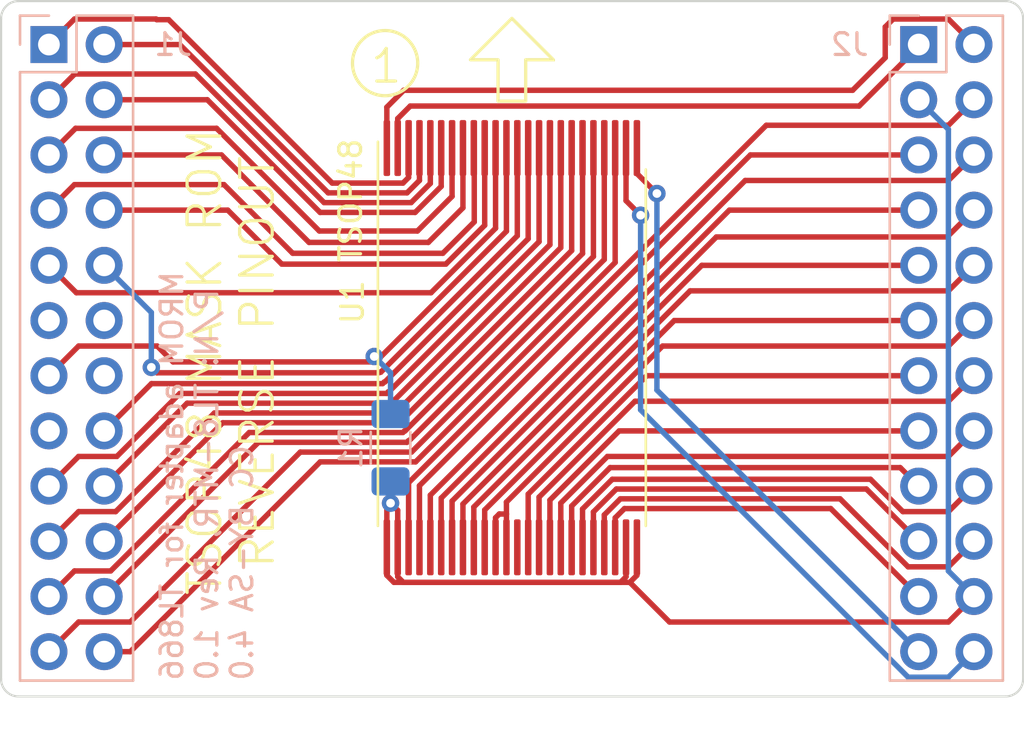
<source format=kicad_pcb>
(kicad_pcb (version 20221018) (generator pcbnew)
  (layers (0 "F.Cu" signal) (31 "B.Cu" signal) (34 "B.Paste" user) (35 "F.Paste" user) (36 "B.SilkS" user "B.Silkscreen") (37 "F.SilkS" user "F.Silkscreen") (38 "B.Mask" user) (39 "F.Mask" user) (44 "Edge.Cuts" user))
  (net 0 "")
  (net 1 "Net-(U1-A15)")
  (net 2 "Net-(U1-A14)")
  (net 3 "Net-(U1-A13)")
  (net 4 "Net-(U1-A12)")
  (net 5 "Net-(U1-A11)")
  (net 6 "Net-(U1-A10)")
  (net 7 "Net-(U1-A9)")
  (net 8 "Net-(U1-A8)")
  (net 9 "Net-(U1-A19)")
  (net 10 "Net-(U1-A20)")
  (net 13 "Net-(U1-A21)")
  (net 16 "Net-(U1-A18)")
  (net 17 "Net-(U1-A17)")
  (net 18 "Net-(U1-A7)")
  (net 19 "Net-(U1-A6)")
  (net 20 "Net-(U1-A5)")
  (net 21 "Net-(U1-A4)")
  (net 22 "Net-(U1-A3)")
  (net 23 "Net-(U1-A2)")
  (net 24 "Net-(U1-A1)")
  (net 25 "Net-(U1-A16)")
  (net 26 "Net-(U1-{slash}BYTE)")
  (net 27 "GND")
  (net 28 "Net-(U1-D15{slash}A-1)")
  (net 29 "Net-(U1-D7)")
  (net 30 "Net-(U1-D14)")
  (net 31 "Net-(U1-D6)")
  (net 32 "Net-(U1-D13)")
  (net 33 "Net-(U1-D5)")
  (net 34 "Net-(U1-D12)")
  (net 35 "Net-(U1-D4)")
  (net 36 "VCC")
  (net 37 "Net-(U1-D11)")
  (net 38 "Net-(U1-D3)")
  (net 39 "Net-(U1-D10)")
  (net 40 "Net-(U1-D2)")
  (net 41 "Net-(U1-D9)")
  (net 42 "Net-(U1-D1)")
  (net 43 "Net-(U1-D8)")
  (net 44 "Net-(U1-D0)")
  (net 45 "Net-(U1-{slash}OE)")
  (net 46 "Net-(U1-{slash}CE)")
  (net 47 "Net-(U1-A0)")
  (footprint "tl866-tsop-mrom:TSOP-I-48_16.4x12mm_ext_rev" (layer "F.Cu") (at 45.33 37.095 90)
    (fp_text reference "U1" (at 2.095 -7.33 90) (layer "F.SilkS"))
    (fp_text value "~")
    (fp_line (start 0 -6.16) (end -8.2 -6.16) (stroke (width 0.12)) (layer "F.SilkS"))
    (fp_line (start 0 -6.16) (end 9.475 -6.16) (stroke (width 0.12)) (layer "F.SilkS"))
    (fp_line (start 0 6.16) (end -8.2 6.16) (stroke (width 0.12)) (layer "F.SilkS"))
    (fp_line (start 0 6.16) (end 8.2 6.16) (stroke (width 0.12)) (layer "F.SilkS"))
    (pad "1" smd roundrect (at 9.1875 -5.75 90) (size 2.575 0.3) (layers "F.Cu" "F.Paste" "F.Mask") (net 26 "Net-(U1-{slash}BYTE)"))
    (pad "2" smd roundrect (at 9.1875 -5.25 90) (size 2.575 0.3) (layers "F.Cu" "F.Paste" "F.Mask") (net 25 "Net-(U1-A16)"))
    (pad "3" smd roundrect (at 9.1875 -4.75 90) (size 2.575 0.3) (layers "F.Cu" "F.Paste" "F.Mask") (net 1 "Net-(U1-A15)"))
    (pad "4" smd roundrect (at 9.1875 -4.25 90) (size 2.575 0.3) (layers "F.Cu" "F.Paste" "F.Mask") (net 2 "Net-(U1-A14)"))
    (pad "5" smd roundrect (at 9.1875 -3.75 90) (size 2.575 0.3) (layers "F.Cu" "F.Paste" "F.Mask") (net 3 "Net-(U1-A13)"))
    (pad "6" smd roundrect (at 9.1875 -3.25 90) (size 2.575 0.3) (layers "F.Cu" "F.Paste" "F.Mask") (net 4 "Net-(U1-A12)"))
    (pad "7" smd roundrect (at 9.1875 -2.75 90) (size 2.575 0.3) (layers "F.Cu" "F.Paste" "F.Mask") (net 5 "Net-(U1-A11)"))
    (pad "8" smd roundrect (at 9.1875 -2.25 90) (size 2.575 0.3) (layers "F.Cu" "F.Paste" "F.Mask") (net 6 "Net-(U1-A10)"))
    (pad "9" smd roundrect (at 9.1875 -1.75 90) (size 2.575 0.3) (layers "F.Cu" "F.Paste" "F.Mask") (net 7 "Net-(U1-A9)"))
    (pad "10" smd roundrect (at 9.1875 -1.25 90) (size 2.575 0.3) (layers "F.Cu" "F.Paste" "F.Mask") (net 8 "Net-(U1-A8)"))
    (pad "11" smd roundrect (at 9.1875 -0.75 90) (size 2.575 0.3) (layers "F.Cu" "F.Paste" "F.Mask") (net 9 "Net-(U1-A19)"))
    (pad "12" smd roundrect (at 9.1875 -0.25 90) (size 2.575 0.3) (layers "F.Cu" "F.Paste" "F.Mask") (net 13 "Net-(U1-A21)"))
    (pad "13" smd roundrect (at 9.1875 0.25 90) (size 2.575 0.3) (layers "F.Cu" "F.Paste" "F.Mask") (net 10 "Net-(U1-A20)"))
    (pad "14" smd roundrect (at 9.1875 0.75 90) (size 2.575 0.3) (layers "F.Cu" "F.Paste" "F.Mask") (net 16 "Net-(U1-A18)"))
    (pad "15" smd roundrect (at 9.1875 1.25 90) (size 2.575 0.3) (layers "F.Cu" "F.Paste" "F.Mask") (net 17 "Net-(U1-A17)"))
    (pad "16" smd roundrect (at 9.1875 1.75 90) (size 2.575 0.3) (layers "F.Cu" "F.Paste" "F.Mask") (net 18 "Net-(U1-A7)"))
    (pad "17" smd roundrect (at 9.1875 2.25 90) (size 2.575 0.3) (layers "F.Cu" "F.Paste" "F.Mask") (net 19 "Net-(U1-A6)"))
    (pad "18" smd roundrect (at 9.1875 2.75 90) (size 2.575 0.3) (layers "F.Cu" "F.Paste" "F.Mask") (net 20 "Net-(U1-A5)"))
    (pad "19" smd roundrect (at 9.1875 3.25 90) (size 2.575 0.3) (layers "F.Cu" "F.Paste" "F.Mask") (net 21 "Net-(U1-A4)"))
    (pad "20" smd roundrect (at 9.1875 3.75 90) (size 2.575 0.3) (layers "F.Cu" "F.Paste" "F.Mask") (net 22 "Net-(U1-A3)"))
    (pad "21" smd roundrect (at 9.1875 4.25 90) (size 2.575 0.3) (layers "F.Cu" "F.Paste" "F.Mask") (net 23 "Net-(U1-A2)"))
    (pad "22" smd roundrect (at 9.1875 4.75 90) (size 2.575 0.3) (layers "F.Cu" "F.Paste" "F.Mask") (net 24 "Net-(U1-A1)"))
    (pad "23" smd roundrect (at 9.1875 5.25 90) (size 2.575 0.3) (layers "F.Cu" "F.Paste" "F.Mask") (net 47 "Net-(U1-A0)"))
    (pad "24" smd roundrect (at 9.1875 5.75 90) (size 2.575 0.3) (layers "F.Cu" "F.Paste" "F.Mask") (net 46 "Net-(U1-{slash}CE)"))
    (pad "25" smd roundrect (at -9.1875 5.75 90) (size 2.575 0.3) (layers "F.Cu" "F.Paste" "F.Mask") (net 27 "GND"))
    (pad "26" smd roundrect (at -9.1875 5.25 90) (size 2.575 0.3) (layers "F.Cu" "F.Paste" "F.Mask") (net 27 "GND"))
    (pad "27" smd roundrect (at -9.1875 4.75 90) (size 2.575 0.3) (layers "F.Cu" "F.Paste" "F.Mask") (net 45 "Net-(U1-{slash}OE)"))
    (pad "28" smd roundrect (at -9.1875 4.25 90) (size 2.575 0.3) (layers "F.Cu" "F.Paste" "F.Mask") (net 44 "Net-(U1-D0)"))
    (pad "29" smd roundrect (at -9.1875 3.75 90) (size 2.575 0.3) (layers "F.Cu" "F.Paste" "F.Mask") (net 43 "Net-(U1-D8)"))
    (pad "30" smd roundrect (at -9.1875 3.25 90) (size 2.575 0.3) (layers "F.Cu" "F.Paste" "F.Mask") (net 42 "Net-(U1-D1)"))
    (pad "31" smd roundrect (at -9.1875 2.75 90) (size 2.575 0.3) (layers "F.Cu" "F.Paste" "F.Mask") (net 41 "Net-(U1-D9)"))
    (pad "32" smd roundrect (at -9.1875 2.25 90) (size 2.575 0.3) (layers "F.Cu" "F.Paste" "F.Mask") (net 40 "Net-(U1-D2)"))
    (pad "33" smd roundrect (at -9.1875 1.75 90) (size 2.575 0.3) (layers "F.Cu" "F.Paste" "F.Mask") (net 39 "Net-(U1-D10)"))
    (pad "34" smd roundrect (at -9.1875 1.25 90) (size 2.575 0.3) (layers "F.Cu" "F.Paste" "F.Mask") (net 38 "Net-(U1-D3)"))
    (pad "35" smd roundrect (at -9.1875 0.75 90) (size 2.575 0.3) (layers "F.Cu" "F.Paste" "F.Mask") (net 37 "Net-(U1-D11)"))
    (pad "36" smd roundrect (at -9.1875 0.25 90) (size 2.575 0.3) (layers "F.Cu" "F.Paste" "F.Mask"))
    (pad "37" smd roundrect (at -9.1875 -0.25 90) (size 2.575 0.3) (layers "F.Cu" "F.Paste" "F.Mask") (net 36 "VCC"))
    (pad "38" smd roundrect (at -9.1875 -0.75 90) (size 2.575 0.3) (layers "F.Cu" "F.Paste" "F.Mask") (net 36 "VCC"))
    (pad "39" smd roundrect (at -9.1875 -1.25 90) (size 2.575 0.3) (layers "F.Cu" "F.Paste" "F.Mask") (net 35 "Net-(U1-D4)"))
    (pad "40" smd roundrect (at -9.1875 -1.75 90) (size 2.575 0.3) (layers "F.Cu" "F.Paste" "F.Mask") (net 34 "Net-(U1-D12)"))
    (pad "41" smd roundrect (at -9.1875 -2.25 90) (size 2.575 0.3) (layers "F.Cu" "F.Paste" "F.Mask") (net 33 "Net-(U1-D5)"))
    (pad "42" smd roundrect (at -9.1875 -2.75 90) (size 2.575 0.3) (layers "F.Cu" "F.Paste" "F.Mask") (net 32 "Net-(U1-D13)"))
    (pad "43" smd roundrect (at -9.1875 -3.25 90) (size 2.575 0.3) (layers "F.Cu" "F.Paste" "F.Mask") (net 31 "Net-(U1-D6)"))
    (pad "44" smd roundrect (at -9.1875 -3.75 90) (size 2.575 0.3) (layers "F.Cu" "F.Paste" "F.Mask") (net 30 "Net-(U1-D14)"))
    (pad "45" smd roundrect (at -9.1875 -4.25 90) (size 2.575 0.3) (layers "F.Cu" "F.Paste" "F.Mask") (net 29 "Net-(U1-D7)"))
    (pad "46" smd roundrect (at -9.1875 -4.75 90) (size 2.575 0.3) (layers "F.Cu" "F.Paste" "F.Mask") (net 28 "Net-(U1-D15{slash}A-1)"))
    (pad "47" smd roundrect (at -9.1875 -5.25 90) (size 2.575 0.3) (layers "F.Cu" "F.Paste" "F.Mask") (net 27 "GND"))
    (pad "48" smd roundrect (at -9.1875 -5.75 90) (size 2.575 0.3) (layers "F.Cu" "F.Paste" "F.Mask") (net 27 "GND"))
  )
  (footprint "Connector_PinSocket_2.54mm:PinSocket_2x12_P2.54mm_Vertical" (layer "B.Cu") (at 64.04 23.145 180)
    (fp_text reference "J2" (at 3.175 0) (layer "B.SilkS") (effects (justify mirror)))
    (fp_text value "~")
    (fp_line (start -3.87 -29.27) (end 1.33 -29.27) (stroke (width 0.12)) (layer "B.SilkS"))
    (fp_line (start -3.87 1.33) (end -3.87 -29.27) (stroke (width 0.12)) (layer "B.SilkS"))
    (fp_line (start -3.87 1.33) (end -1.27 1.33) (stroke (width 0.12)) (layer "B.SilkS"))
    (fp_line (start -1.27 -1.27) (end 1.33 -1.27) (stroke (width 0.12)) (layer "B.SilkS"))
    (fp_line (start -1.27 1.33) (end -1.27 -1.27) (stroke (width 0.12)) (layer "B.SilkS"))
    (fp_line (start 0 1.33) (end 1.33 1.33) (stroke (width 0.12)) (layer "B.SilkS"))
    (fp_line (start 1.33 -1.27) (end 1.33 -29.27) (stroke (width 0.12)) (layer "B.SilkS"))
    (fp_line (start 1.33 1.33) (end 1.33 0) (stroke (width 0.12)) (layer "B.SilkS"))
    (pad "1" thru_hole rect (at 0 0 180) (size 1.7 1.7) (drill 1) (layers "*.Cu" "*.Mask") (net 25 "Net-(U1-A16)"))
    (pad "2" thru_hole oval (at -2.54 0 180) (size 1.7 1.7) (drill 1) (layers "*.Cu" "*.Mask") (net 26 "Net-(U1-{slash}BYTE)"))
    (pad "3" thru_hole oval (at 0 -2.54 180) (size 1.7 1.7) (drill 1) (layers "*.Cu" "*.Mask") (net 27 "GND"))
    (pad "4" thru_hole oval (at -2.54 -2.54 180) (size 1.7 1.7) (drill 1) (layers "*.Cu" "*.Mask") (net 28 "Net-(U1-D15{slash}A-1)"))
    (pad "5" thru_hole oval (at 0 -5.08 180) (size 1.7 1.7) (drill 1) (layers "*.Cu" "*.Mask") (net 29 "Net-(U1-D7)"))
    (pad "6" thru_hole oval (at -2.54 -5.08 180) (size 1.7 1.7) (drill 1) (layers "*.Cu" "*.Mask") (net 30 "Net-(U1-D14)"))
    (pad "7" thru_hole oval (at 0 -7.62 180) (size 1.7 1.7) (drill 1) (layers "*.Cu" "*.Mask") (net 31 "Net-(U1-D6)"))
    (pad "8" thru_hole oval (at -2.54 -7.62 180) (size 1.7 1.7) (drill 1) (layers "*.Cu" "*.Mask") (net 32 "Net-(U1-D13)"))
    (pad "9" thru_hole oval (at 0 -10.16 180) (size 1.7 1.7) (drill 1) (layers "*.Cu" "*.Mask") (net 33 "Net-(U1-D5)"))
    (pad "10" thru_hole oval (at -2.54 -10.16 180) (size 1.7 1.7) (drill 1) (layers "*.Cu" "*.Mask") (net 34 "Net-(U1-D12)"))
    (pad "11" thru_hole oval (at 0 -12.7 180) (size 1.7 1.7) (drill 1) (layers "*.Cu" "*.Mask") (net 35 "Net-(U1-D4)"))
    (pad "12" thru_hole oval (at -2.54 -12.7 180) (size 1.7 1.7) (drill 1) (layers "*.Cu" "*.Mask") (net 36 "VCC"))
    (pad "13" thru_hole oval (at 0 -15.24 180) (size 1.7 1.7) (drill 1) (layers "*.Cu" "*.Mask") (net 37 "Net-(U1-D11)"))
    (pad "14" thru_hole oval (at -2.54 -15.24 180) (size 1.7 1.7) (drill 1) (layers "*.Cu" "*.Mask") (net 38 "Net-(U1-D3)"))
    (pad "15" thru_hole oval (at 0 -17.78 180) (size 1.7 1.7) (drill 1) (layers "*.Cu" "*.Mask") (net 39 "Net-(U1-D10)"))
    (pad "16" thru_hole oval (at -2.54 -17.78 180) (size 1.7 1.7) (drill 1) (layers "*.Cu" "*.Mask") (net 40 "Net-(U1-D2)"))
    (pad "17" thru_hole oval (at 0 -20.32 180) (size 1.7 1.7) (drill 1) (layers "*.Cu" "*.Mask") (net 41 "Net-(U1-D9)"))
    (pad "18" thru_hole oval (at -2.54 -20.32 180) (size 1.7 1.7) (drill 1) (layers "*.Cu" "*.Mask") (net 42 "Net-(U1-D1)"))
    (pad "19" thru_hole oval (at 0 -22.86 180) (size 1.7 1.7) (drill 1) (layers "*.Cu" "*.Mask") (net 43 "Net-(U1-D8)"))
    (pad "20" thru_hole oval (at -2.54 -22.86 180) (size 1.7 1.7) (drill 1) (layers "*.Cu" "*.Mask") (net 44 "Net-(U1-D0)"))
    (pad "21" thru_hole oval (at 0 -25.4 180) (size 1.7 1.7) (drill 1) (layers "*.Cu" "*.Mask") (net 45 "Net-(U1-{slash}OE)"))
    (pad "22" thru_hole oval (at -2.54 -25.4 180) (size 1.7 1.7) (drill 1) (layers "*.Cu" "*.Mask") (net 27 "GND"))
    (pad "23" thru_hole oval (at 0 -27.94 180) (size 1.7 1.7) (drill 1) (layers "*.Cu" "*.Mask") (net 46 "Net-(U1-{slash}CE)"))
    (pad "24" thru_hole oval (at -2.54 -27.94 180) (size 1.7 1.7) (drill 1) (layers "*.Cu" "*.Mask") (net 47 "Net-(U1-A0)"))
  )
  (footprint "Resistor_SMD:R_1206_3216Metric_Pad1.30x1.75mm_HandSolder" (layer "B.Cu") (at 39.75 41.7 -90)
    (fp_text reference "R1" (at 0 1.82 90) (layer "B.SilkS") (effects (justify mirror)))
    (fp_text value "3.3k")
    (fp_line (start -0.727064 -0.91) (end 0.727064 -0.91) (stroke (width 0.12)) (layer "B.SilkS"))
    (fp_line (start -0.727064 0.91) (end 0.727064 0.91) (stroke (width 0.12)) (layer "B.SilkS"))
    (pad "1" smd roundrect (at -1.55 0 270) (size 1.3 1.75) (layers "B.Cu" "B.Paste" "B.Mask") (roundrect_rratio 0.192308) (net 13 "Net-(U1-A21)"))
    (pad "2" smd roundrect (at 1.55 0 270) (size 1.3 1.75) (layers "B.Cu" "B.Paste" "B.Mask") (roundrect_rratio 0.192308) (net 27 "GND"))
  )
  (footprint "Connector_PinSocket_2.54mm:PinSocket_2x12_P2.54mm_Vertical" (layer "B.Cu") (at 24.04 23.145 180)
    (fp_text reference "J1" (at -5.715 0) (layer "B.SilkS") (effects (justify mirror)))
    (fp_text value "~")
    (fp_line (start -3.87 -29.27) (end 1.33 -29.27) (stroke (width 0.12)) (layer "B.SilkS"))
    (fp_line (start -3.87 1.33) (end -3.87 -29.27) (stroke (width 0.12)) (layer "B.SilkS"))
    (fp_line (start -3.87 1.33) (end -1.27 1.33) (stroke (width 0.12)) (layer "B.SilkS"))
    (fp_line (start -1.27 -1.27) (end 1.33 -1.27) (stroke (width 0.12)) (layer "B.SilkS"))
    (fp_line (start -1.27 1.33) (end -1.27 -1.27) (stroke (width 0.12)) (layer "B.SilkS"))
    (fp_line (start 0 1.33) (end 1.33 1.33) (stroke (width 0.12)) (layer "B.SilkS"))
    (fp_line (start 1.33 -1.27) (end 1.33 -29.27) (stroke (width 0.12)) (layer "B.SilkS"))
    (fp_line (start 1.33 1.33) (end 1.33 0) (stroke (width 0.12)) (layer "B.SilkS"))
    (pad "1" thru_hole rect (at 0 0 180) (size 1.7 1.7) (drill 1) (layers "*.Cu" "*.Mask") (net 1 "Net-(U1-A15)"))
    (pad "2" thru_hole oval (at -2.54 0 180) (size 1.7 1.7) (drill 1) (layers "*.Cu" "*.Mask") (net 2 "Net-(U1-A14)"))
    (pad "3" thru_hole oval (at 0 -2.54 180) (size 1.7 1.7) (drill 1) (layers "*.Cu" "*.Mask") (net 3 "Net-(U1-A13)"))
    (pad "4" thru_hole oval (at -2.54 -2.54 180) (size 1.7 1.7) (drill 1) (layers "*.Cu" "*.Mask") (net 4 "Net-(U1-A12)"))
    (pad "5" thru_hole oval (at 0 -5.08 180) (size 1.7 1.7) (drill 1) (layers "*.Cu" "*.Mask") (net 5 "Net-(U1-A11)"))
    (pad "6" thru_hole oval (at -2.54 -5.08 180) (size 1.7 1.7) (drill 1) (layers "*.Cu" "*.Mask") (net 6 "Net-(U1-A10)"))
    (pad "7" thru_hole oval (at 0 -7.62 180) (size 1.7 1.7) (drill 1) (layers "*.Cu" "*.Mask") (net 7 "Net-(U1-A9)"))
    (pad "8" thru_hole oval (at -2.54 -7.62 180) (size 1.7 1.7) (drill 1) (layers "*.Cu" "*.Mask") (net 8 "Net-(U1-A8)"))
    (pad "9" thru_hole oval (at 0 -10.16 180) (size 1.7 1.7) (drill 1) (layers "*.Cu" "*.Mask") (net 9 "Net-(U1-A19)"))
    (pad "10" thru_hole oval (at -2.54 -10.16 180) (size 1.7 1.7) (drill 1) (layers "*.Cu" "*.Mask") (net 10 "Net-(U1-A20)"))
    (pad "11" thru_hole oval (at 0 -12.7 180) (size 1.7 1.7) (drill 1) (layers "*.Cu" "*.Mask"))
    (pad "12" thru_hole oval (at -2.54 -12.7 180) (size 1.7 1.7) (drill 1) (layers "*.Cu" "*.Mask"))
    (pad "13" thru_hole oval (at 0 -15.24 180) (size 1.7 1.7) (drill 1) (layers "*.Cu" "*.Mask") (net 13 "Net-(U1-A21)"))
    (pad "14" thru_hole oval (at -2.54 -15.24 180) (size 1.7 1.7) (drill 1) (layers "*.Cu" "*.Mask"))
    (pad "15" thru_hole oval (at 0 -17.78 180) (size 1.7 1.7) (drill 1) (layers "*.Cu" "*.Mask"))
    (pad "16" thru_hole oval (at -2.54 -17.78 180) (size 1.7 1.7) (drill 1) (layers "*.Cu" "*.Mask") (net 16 "Net-(U1-A18)"))
    (pad "17" thru_hole oval (at 0 -20.32 180) (size 1.7 1.7) (drill 1) (layers "*.Cu" "*.Mask") (net 17 "Net-(U1-A17)"))
    (pad "18" thru_hole oval (at -2.54 -20.32 180) (size 1.7 1.7) (drill 1) (layers "*.Cu" "*.Mask") (net 18 "Net-(U1-A7)"))
    (pad "19" thru_hole oval (at 0 -22.86 180) (size 1.7 1.7) (drill 1) (layers "*.Cu" "*.Mask") (net 19 "Net-(U1-A6)"))
    (pad "20" thru_hole oval (at -2.54 -22.86 180) (size 1.7 1.7) (drill 1) (layers "*.Cu" "*.Mask") (net 20 "Net-(U1-A5)"))
    (pad "21" thru_hole oval (at 0 -25.4 180) (size 1.7 1.7) (drill 1) (layers "*.Cu" "*.Mask") (net 21 "Net-(U1-A4)"))
    (pad "22" thru_hole oval (at -2.54 -25.4 180) (size 1.7 1.7) (drill 1) (layers "*.Cu" "*.Mask") (net 22 "Net-(U1-A3)"))
    (pad "23" thru_hole oval (at 0 -27.94 180) (size 1.7 1.7) (drill 1) (layers "*.Cu" "*.Mask") (net 23 "Net-(U1-A2)"))
    (pad "24" thru_hole oval (at -2.54 -27.94 180) (size 1.7 1.7) (drill 1) (layers "*.Cu" "*.Mask") (net 24 "Net-(U1-A1)"))
  )
  (gr_circle (center 39.5 24) (end 41 24) (stroke (width 0.15)) (fill none) (layer "F.SilkS"))
  (gr_poly (pts (xy 44.695 25.75) (xy 45.965 25.75) (xy 45.965 23.845) (xy 47.235 23.845) (xy 45.33 21.94) (xy 43.425 23.845) (xy 44.695 23.845)) (stroke (width 0.15)) (fill none) (layer "F.SilkS"))
  (gr_line (start 68.04 53.145) (end 22.64 53.145) (stroke (width 0.1)) (layer "Edge.Cuts"))
  (gr_line (start 68.84 21.945) (end 68.84 52.345) (stroke (width 0.1)) (layer "Edge.Cuts"))
  (gr_line (start 22.64 21.145) (end 68.04 21.145) (stroke (width 0.1)) (layer "Edge.Cuts"))
  (gr_arc (start 68.84 52.345) (mid 68.605685 52.910685) (end 68.04 53.145) (stroke (width 0.1)) (layer "Edge.Cuts"))
  (gr_arc (start 68.04 21.145) (mid 68.605685 21.379315) (end 68.84 21.945) (stroke (width 0.1)) (layer "Edge.Cuts"))
  (gr_arc (start 22.64 53.145) (mid 22.074315 52.910685) (end 21.84 52.345) (stroke (width 0.1)) (layer "Edge.Cuts"))
  (gr_line (start 21.84 52.345) (end 21.84 21.945) (stroke (width 0.1)) (layer "Edge.Cuts"))
  (gr_arc (start 21.84 21.945) (mid 22.074315 21.379315) (end 22.64 21.145) (stroke (width 0.1)) (layer "Edge.Cuts"))
  (gr_text "MROM adapter for TL866\nP/N: TL8-MTR, Rev 1.0\nCC BY-SA 4.0" (at 33.5 52.5 90) (layer "B.SilkS") (effects (font (size 1 1)) (justify right bottom mirror)))
  (gr_text "TSOP48 MASK ROM\nREVERSE PINOUT" (at 34.5 37.75 90) (layer "F.SilkS") (effects (font (size 1.5 1.5)) (justify bottom)))
  (gr_text "1" (at 38.738 25.016) (layer "F.SilkS") (effects (font (size 1.5 1.5)) (justify left bottom)))
  (gr_text "TSOP48" (at 38.5 33.25 90) (layer "F.SilkS") (effects (font (size 1 1)) (justify left bottom)))
  (segment (start 37.068097 29.52) (end 40.322764 29.52) (width 0.25) (layer "F.Cu") (net 1))
  (segment (start 29 22) (end 29.548097 22) (width 0.25) (layer "F.Cu") (net 1))
  (segment (start 40.322764 29.52) (end 40.58 29.262764) (width 0.25) (layer "F.Cu") (net 1))
  (segment (start 24.04 23.145) (end 25.215 21.97) (width 0.25) (layer "F.Cu") (net 1))
  (segment (start 25.215 21.97) (end 28.97 21.97) (width 0.25) (layer "F.Cu") (net 1))
  (segment (start 29.548097 22) (end 37.068097 29.52) (width 0.25) (layer "F.Cu") (net 1))
  (segment (start 28.97 21.97) (end 29 22) (width 0.25) (layer "F.Cu") (net 1))
  (segment (start 40.58 29.262764) (end 40.58 27.9075) (width 0.25) (layer "F.Cu") (net 1))
  (segment (start 30.056701 23.145) (end 26.58 23.145) (width 0.25) (layer "F.Cu") (net 2))
  (segment (start 41.08 29.39916) (end 40.50916 29.97) (width 0.25) (layer "F.Cu") (net 2))
  (segment (start 40.50916 29.97) (end 36.881701 29.97) (width 0.25) (layer "F.Cu") (net 2))
  (segment (start 36.881701 29.97) (end 30.056701 23.145) (width 0.25) (layer "F.Cu") (net 2))
  (segment (start 41.08 27.9075) (end 41.08 29.39916) (width 0.25) (layer "F.Cu") (net 2))
  (segment (start 36.695305 30.42) (end 30.775305 24.5) (width 0.25) (layer "F.Cu") (net 3))
  (segment (start 41.58 27.9075) (end 41.58 29.535556) (width 0.25) (layer "F.Cu") (net 3))
  (segment (start 30.775305 24.5) (end 25.225 24.5) (width 0.25) (layer "F.Cu") (net 3))
  (segment (start 25.225 24.5) (end 24.04 25.685) (width 0.25) (layer "F.Cu") (net 3))
  (segment (start 41.58 29.535556) (end 40.695556 30.42) (width 0.25) (layer "F.Cu") (net 3))
  (segment (start 40.695556 30.42) (end 36.695305 30.42) (width 0.25) (layer "F.Cu") (net 3))
  (segment (start 36.508909 30.87) (end 31.323909 25.685) (width 0.25) (layer "F.Cu") (net 4))
  (segment (start 42.08 29.671952) (end 40.881952 30.87) (width 0.25) (layer "F.Cu") (net 4))
  (segment (start 31.323909 25.685) (end 26.58 25.685) (width 0.25) (layer "F.Cu") (net 4))
  (segment (start 42.08 27.9075) (end 42.08 29.671952) (width 0.25) (layer "F.Cu") (net 4))
  (segment (start 40.881952 30.87) (end 36.508909 30.87) (width 0.25) (layer "F.Cu") (net 4))
  (segment (start 36.475 31.725) (end 40.988132 31.725) (width 0.25) (layer "F.Cu") (net 5))
  (segment (start 42.58 30.133132) (end 40.988132 31.725) (width 0.25) (layer "F.Cu") (net 5))
  (segment (start 31.75 27) (end 36.475 31.725) (width 0.25) (layer "F.Cu") (net 5))
  (segment (start 42.58 27.9075) (end 42.58 30.133132) (width 0.25) (layer "F.Cu") (net 5))
  (segment (start 25.265 27) (end 31.75 27) (width 0.25) (layer "F.Cu") (net 5))
  (segment (start 24.04 28.225) (end 25.265 27) (width 0.25) (layer "F.Cu") (net 5))
  (segment (start 41.488437 32.25) (end 43.08 30.658437) (width 0.25) (layer "F.Cu") (net 6))
  (segment (start 31.975 28.225) (end 36 32.25) (width 0.25) (layer "F.Cu") (net 6))
  (segment (start 36 32.25) (end 41.488437 32.25) (width 0.25) (layer "F.Cu") (net 6))
  (segment (start 43.08 30.658437) (end 43.08 27.9075) (width 0.25) (layer "F.Cu") (net 6))
  (segment (start 26.58 28.225) (end 31.975 28.225) (width 0.25) (layer "F.Cu") (net 6))
  (segment (start 42.156318 32.75) (end 35.25 32.75) (width 0.25) (layer "F.Cu") (net 7))
  (segment (start 25.215 29.59) (end 24.04 30.765) (width 0.25) (layer "F.Cu") (net 7))
  (segment (start 43.6 27.9275) (end 43.6 31.306318) (width 0.25) (layer "F.Cu") (net 7))
  (segment (start 32.09 29.59) (end 25.215 29.59) (width 0.25) (layer "F.Cu") (net 7))
  (segment (start 43.6 31.306318) (end 42.156318 32.75) (width 0.25) (layer "F.Cu") (net 7))
  (segment (start 43.58 27.9075) (end 43.6 27.9275) (width 0.25) (layer "F.Cu") (net 7))
  (segment (start 35.25 32.75) (end 32.09 29.59) (width 0.25) (layer "F.Cu") (net 7))
  (segment (start 32.265 30.765) (end 34.75 33.25) (width 0.25) (layer "F.Cu") (net 8))
  (segment (start 26.58 30.765) (end 32.265 30.765) (width 0.25) (layer "F.Cu") (net 8))
  (segment (start 44.08 31.462714) (end 44.08 27.9075) (width 0.25) (layer "F.Cu") (net 8))
  (segment (start 34.75 33.25) (end 42.292714 33.25) (width 0.25) (layer "F.Cu") (net 8))
  (segment (start 42.292714 33.25) (end 44.08 31.462714) (width 0.25) (layer "F.Cu") (net 8))
  (segment (start 44.58 31.59911) (end 44.58 27.9075) (width 0.25) (layer "F.Cu") (net 9))
  (segment (start 41.611695 34.567415) (end 25.302415 34.567415) (width 0.25) (layer "F.Cu") (net 9))
  (segment (start 44.58 31.59911) (end 41.611695 34.567415) (width 0.25) (layer "F.Cu") (net 9))
  (segment (start 24.04 33.305) (end 25.302415 34.567415) (width 0.25) (layer "F.Cu") (net 9))
  (segment (start 39.300305 38.225) (end 39.226902 38.225) (width 0.25) (layer "F.Cu") (net 10))
  (segment (start 45.58 31.945305) (end 39.300305 38.225) (width 0.25) (layer "F.Cu") (net 10))
  (segment (start 45.58 27.9075) (end 45.58 31.945305) (width 0.25) (layer "F.Cu") (net 10))
  (segment (start 39.201902 38.25) (end 29 38.25) (width 0.25) (layer "F.Cu") (net 10))
  (segment (start 29 38.25) (end 28.75 38) (width 0.25) (layer "F.Cu") (net 10))
  (segment (start 39.226902 38.225) (end 39.201902 38.25) (width 0.25) (layer "F.Cu") (net 10))
  (via (at 28.75 38) (size 0.8) (drill 0.4) (layers "F.Cu" "B.Cu") (net 10))
  (segment (start 28.75 38) (end 28.75 35.475) (width 0.25) (layer "B.Cu") (net 10))
  (segment (start 28.75 35.475) (end 26.58 33.305) (width 0.25) (layer "B.Cu") (net 10))
  (segment (start 39.065506 37.565506) (end 39 37.5) (width 0.25) (layer "F.Cu") (net 13))
  (segment (start 25.405 37.02) (end 24.04 38.385) (width 0.25) (layer "F.Cu") (net 13))
  (segment (start 39.065506 37.75) (end 29.75 37.75) (width 0.25) (layer "F.Cu") (net 13))
  (segment (start 29.02 37.02) (end 25.405 37.02) (width 0.25) (layer "F.Cu") (net 13))
  (segment (start 45.08 31.735506) (end 39.065506 37.75) (width 0.25) (layer "F.Cu") (net 13))
  (segment (start 45.08 27.9075) (end 45.08 31.735506) (width 0.25) (layer "F.Cu") (net 13))
  (segment (start 39.065506 37.75) (end 39.065506 37.565506) (width 0.25) (layer "F.Cu") (net 13))
  (segment (start 29.75 37.75) (end 29.02 37.02) (width 0.25) (layer "F.Cu") (net 13))
  (via (at 39 37.5) (size 0.8) (drill 0.4) (layers "F.Cu" "B.Cu") (net 13))
  (segment (start 39 37.5) (end 39.75 38.25) (width 0.25) (layer "B.Cu") (net 13))
  (segment (start 39.75 38.25) (end 39.75 40.15) (width 0.25) (layer "B.Cu") (net 13))
  (segment (start 39.486701 38.675) (end 39.46104 38.675) (width 0.25) (layer "F.Cu") (net 16))
  (segment (start 28.755 38.75) (end 26.58 40.925) (width 0.25) (layer "F.Cu") (net 16))
  (segment (start 46.08 32.081701) (end 39.486701 38.675) (width 0.25) (layer "F.Cu") (net 16))
  (segment (start 39.38604 38.75) (end 28.755 38.75) (width 0.25) (layer "F.Cu") (net 16))
  (segment (start 39.46104 38.675) (end 39.38604 38.75) (width 0.25) (layer "F.Cu") (net 16))
  (segment (start 46.08 27.9075) (end 46.08 32.081701) (width 0.25) (layer "F.Cu") (net 16))
  (segment (start 30.063604 39.2) (end 39.572436 39.2) (width 0.25) (layer "F.Cu") (net 17))
  (segment (start 39.647436 39.125) (end 39.673097 39.125) (width 0.25) (layer "F.Cu") (net 17))
  (segment (start 39.673097 39.125) (end 46.58 32.218097) (width 0.25) (layer "F.Cu") (net 17))
  (segment (start 24.04 43.465) (end 25.405 42.1) (width 0.25) (layer "F.Cu") (net 17))
  (segment (start 39.572436 39.2) (end 39.647436 39.125) (width 0.25) (layer "F.Cu") (net 17))
  (segment (start 27.163604 42.1) (end 30.063604 39.2) (width 0.25) (layer "F.Cu") (net 17))
  (segment (start 25.405 42.1) (end 27.163604 42.1) (width 0.25) (layer "F.Cu") (net 17))
  (segment (start 46.58 32.218097) (end 46.58 27.9075) (width 0.25) (layer "F.Cu") (net 17))
  (segment (start 39.833832 39.575) (end 39.758832 39.65) (width 0.25) (layer "F.Cu") (net 18))
  (segment (start 30.395 39.65) (end 26.58 43.465) (width 0.25) (layer "F.Cu") (net 18))
  (segment (start 47.08 32.354493) (end 39.859493 39.575) (width 0.25) (layer "F.Cu") (net 18))
  (segment (start 39.758832 39.65) (end 30.395 39.65) (width 0.25) (layer "F.Cu") (net 18))
  (segment (start 39.859493 39.575) (end 39.833832 39.575) (width 0.25) (layer "F.Cu") (net 18))
  (segment (start 47.08 27.9075) (end 47.08 32.354493) (width 0.25) (layer "F.Cu") (net 18))
  (segment (start 40.045889 40.025) (end 47.58 32.490889) (width 0.25) (layer "F.Cu") (net 19))
  (segment (start 40.020228 40.025) (end 40.045889 40.025) (width 0.25) (layer "F.Cu") (net 19))
  (segment (start 39.945228 40.1) (end 40.020228 40.025) (width 0.25) (layer "F.Cu") (net 19))
  (segment (start 25.405 44.64) (end 27.11 44.64) (width 0.25) (layer "F.Cu") (net 19))
  (segment (start 27.11 44.64) (end 31.65 40.1) (width 0.25) (layer "F.Cu") (net 19))
  (segment (start 24.04 46.005) (end 25.405 44.64) (width 0.25) (layer "F.Cu") (net 19))
  (segment (start 47.58 32.490889) (end 47.58 27.9075) (width 0.25) (layer "F.Cu") (net 19))
  (segment (start 31.65 40.1) (end 39.945228 40.1) (width 0.25) (layer "F.Cu") (net 19))
  (segment (start 40.131624 40.55) (end 32.035 40.55) (width 0.25) (layer "F.Cu") (net 20))
  (segment (start 48.08 32.627285) (end 40.232285 40.475) (width 0.25) (layer "F.Cu") (net 20))
  (segment (start 32.035 40.55) (end 26.58 46.005) (width 0.25) (layer "F.Cu") (net 20))
  (segment (start 40.232285 40.475) (end 40.206624 40.475) (width 0.25) (layer "F.Cu") (net 20))
  (segment (start 40.206624 40.475) (end 40.131624 40.55) (width 0.25) (layer "F.Cu") (net 20))
  (segment (start 48.08 27.9075) (end 48.08 32.627285) (width 0.25) (layer "F.Cu") (net 20))
  (segment (start 40.418681 40.925) (end 48.58 32.763681) (width 0.25) (layer "F.Cu") (net 21))
  (segment (start 40.39302 40.925) (end 40.418681 40.925) (width 0.25) (layer "F.Cu") (net 21))
  (segment (start 33.25 41) (end 40.31802 41) (width 0.25) (layer "F.Cu") (net 21))
  (segment (start 48.58 32.763681) (end 48.58 27.9075) (width 0.25) (layer "F.Cu") (net 21))
  (segment (start 25.215 47.37) (end 26.88 47.37) (width 0.25) (layer "F.Cu") (net 21))
  (segment (start 26.88 47.37) (end 33.25 41) (width 0.25) (layer "F.Cu") (net 21))
  (segment (start 40.31802 41) (end 40.39302 40.925) (width 0.25) (layer "F.Cu") (net 21))
  (segment (start 24.04 48.545) (end 25.215 47.37) (width 0.25) (layer "F.Cu") (net 21))
  (segment (start 40.579416 41.375) (end 40.504416 41.45) (width 0.25) (layer "F.Cu") (net 22))
  (segment (start 49.08 32.900077) (end 40.605077 41.375) (width 0.25) (layer "F.Cu") (net 22))
  (segment (start 40.605077 41.375) (end 40.579416 41.375) (width 0.25) (layer "F.Cu") (net 22))
  (segment (start 40.504416 41.45) (end 33.675 41.45) (width 0.25) (layer "F.Cu") (net 22))
  (segment (start 49.08 27.9075) (end 49.08 32.900077) (width 0.25) (layer "F.Cu") (net 22))
  (segment (start 33.675 41.45) (end 26.58 48.545) (width 0.25) (layer "F.Cu") (net 22))
  (segment (start 27.78 49.72) (end 35.6 41.9) (width 0.25) (layer "F.Cu") (net 23))
  (segment (start 40.716473 41.9) (end 49.58 33.036473) (width 0.25) (layer "F.Cu") (net 23))
  (segment (start 24.04 51.085) (end 25.405 49.72) (width 0.25) (layer "F.Cu") (net 23))
  (segment (start 25.405 49.72) (end 27.78 49.72) (width 0.25) (layer "F.Cu") (net 23))
  (segment (start 49.58 33.036473) (end 49.58 27.9075) (width 0.25) (layer "F.Cu") (net 23))
  (segment (start 35.6 41.9) (end 40.716473 41.9) (width 0.25) (layer "F.Cu") (net 23))
  (segment (start 50.08 27.9075) (end 50.08 33.172869) (width 0.25) (layer "F.Cu") (net 24))
  (segment (start 50.08 33.172869) (end 40.902869 42.35) (width 0.25) (layer "F.Cu") (net 24))
  (segment (start 36.517081 42.35) (end 27.782081 51.085) (width 0.25) (layer "F.Cu") (net 24))
  (segment (start 27.782081 51.085) (end 26.58 51.085) (width 0.25) (layer "F.Cu") (net 24))
  (segment (start 40.902869 42.35) (end 36.517081 42.35) (width 0.25) (layer "F.Cu") (net 24))
  (segment (start 40.08 26.552236) (end 40.657236 25.975) (width 0.25) (layer "F.Cu") (net 25))
  (segment (start 61.300305 25.975) (end 64.04 23.235305) (width 0.25) (layer "F.Cu") (net 25))
  (segment (start 40.08 27.9075) (end 40.08 26.552236) (width 0.25) (layer "F.Cu") (net 25))
  (segment (start 64.04 23.235305) (end 64.04 23.145) (width 0.25) (layer "F.Cu") (net 25))
  (segment (start 40.657236 25.975) (end 61.300305 25.975) (width 0.25) (layer "F.Cu") (net 25))
  (segment (start 62.5 23.75) (end 62.5 22.335) (width 0.25) (layer "F.Cu") (net 26))
  (segment (start 40.356931 25.25) (end 61 25.25) (width 0.25) (layer "F.Cu") (net 26))
  (segment (start 39.58 27.9075) (end 39.58 26.026931) (width 0.25) (layer "F.Cu") (net 26))
  (segment (start 62.5 22.335) (end 62.865 21.97) (width 0.25) (layer "F.Cu") (net 26))
  (segment (start 61 25.25) (end 62.5 23.75) (width 0.25) (layer "F.Cu") (net 26))
  (segment (start 39.58 26.026931) (end 40.356931 25.25) (width 0.25) (layer "F.Cu") (net 26))
  (segment (start 65.405 21.97) (end 66.58 23.145) (width 0.25) (layer "F.Cu") (net 26))
  (segment (start 62.865 21.97) (end 65.405 21.97) (width 0.25) (layer "F.Cu") (net 26))
  (segment (start 39.905001 47.895) (end 50.754999 47.895) (width 0.25) (layer "F.Cu") (net 27))
  (segment (start 39.58 44.42) (end 39.75 44.25) (width 0.25) (layer "F.Cu") (net 27))
  (segment (start 40.08 44.58) (end 39.75 44.25) (width 0.25) (layer "F.Cu") (net 27))
  (segment (start 51.08 47.569999) (end 51.08 46.2825) (width 0.25) (layer "F.Cu") (net 27))
  (segment (start 52.579999 49.72) (end 65.405 49.72) (width 0.25) (layer "F.Cu") (net 27))
  (segment (start 50.754999 47.895) (end 52.579999 49.72) (width 0.25) (layer "F.Cu") (net 27))
  (segment (start 40.337236 47.895) (end 40.08 47.637764) (width 0.25) (layer "F.Cu") (net 27))
  (segment (start 39.58 47.569999) (end 39.905001 47.895) (width 0.25) (layer "F.Cu") (net 27))
  (segment (start 39.58 46.2825) (end 39.58 47.569999) (width 0.25) (layer "F.Cu") (net 27))
  (segment (start 50.58 46.2825) (end 50.58 47.637764) (width 0.25) (layer "F.Cu") (net 27))
  (segment (start 40.08 47.637764) (end 40.08 46.2825) (width 0.25) (layer "F.Cu") (net 27))
  (segment (start 50.322764 47.895) (end 40.337236 47.895) (width 0.25) (layer "F.Cu") (net 27))
  (segment (start 39.58 46.2825) (end 39.58 44.42) (width 0.25) (layer "F.Cu") (net 27))
  (segment (start 65.405 49.72) (end 66.58 48.545) (width 0.25) (layer "F.Cu") (net 27))
  (segment (start 40.08 46.2825) (end 40.08 44.58) (width 0.25) (layer "F.Cu") (net 27))
  (segment (start 50.754999 47.895) (end 51.08 47.569999) (width 0.25) (layer "F.Cu") (net 27))
  (segment (start 50.58 47.637764) (end 50.322764 47.895) (width 0.25) (layer "F.Cu") (net 27))
  (via (at 39.75 44.25) (size 0.8) (drill 0.4) (layers "F.Cu" "B.Cu") (net 27))
  (segment (start 39.75 43.25) (end 39.75 44.25) (width 0.25) (layer "B.Cu") (net 27))
  (segment (start 65.405 47.37) (end 66.58 48.545) (width 0.25) (layer "B.Cu") (net 27))
  (segment (start 64.04 25.685) (end 65.405 27.05) (width 0.25) (layer "B.Cu") (net 27))
  (segment (start 65.405 27.05) (end 65.405 47.37) (width 0.25) (layer "B.Cu") (net 27))
  (segment (start 40.58 46.2825) (end 40.58 43.309265) (width 0.25) (layer "F.Cu") (net 28))
  (segment (start 40.58 43.309265) (end 57.029265 26.86) (width 0.25) (layer "F.Cu") (net 28))
  (segment (start 57.029265 26.86) (end 65.405 26.86) (width 0.25) (layer "F.Cu") (net 28))
  (segment (start 65.405 26.86) (end 66.58 25.685) (width 0.25) (layer "F.Cu") (net 28))
  (segment (start 56.300661 28.225) (end 64.04 28.225) (width 0.25) (layer "F.Cu") (net 29))
  (segment (start 41.08 46.2825) (end 41.08 43.445661) (width 0.25) (layer "F.Cu") (net 29))
  (segment (start 41.08 43.445661) (end 56.300661 28.225) (width 0.25) (layer "F.Cu") (net 29))
  (segment (start 65.405 29.4) (end 66.58 28.225) (width 0.25) (layer "F.Cu") (net 30))
  (segment (start 56.061296 29.4) (end 65.405 29.4) (width 0.25) (layer "F.Cu") (net 30))
  (segment (start 41.58 43.881296) (end 56.061296 29.4) (width 0.25) (layer "F.Cu") (net 30))
  (segment (start 41.58 46.2825) (end 41.58 43.881296) (width 0.25) (layer "F.Cu") (net 30))
  (segment (start 42.08 44.017692) (end 55.332692 30.765) (width 0.25) (layer "F.Cu") (net 31))
  (segment (start 42.08 46.2825) (end 42.08 44.017692) (width 0.25) (layer "F.Cu") (net 31))
  (segment (start 55.332692 30.765) (end 64.04 30.765) (width 0.25) (layer "F.Cu") (net 31))
  (segment (start 54.734088 32) (end 65.345 32) (width 0.25) (layer "F.Cu") (net 32))
  (segment (start 42.58 46.2825) (end 42.58 44.154088) (width 0.25) (layer "F.Cu") (net 32))
  (segment (start 42.58 44.154088) (end 54.734088 32) (width 0.25) (layer "F.Cu") (net 32))
  (segment (start 65.345 32) (end 66.58 30.765) (width 0.25) (layer "F.Cu") (net 32))
  (segment (start 43.08 44.290484) (end 54.065484 33.305) (width 0.25) (layer "F.Cu") (net 33))
  (segment (start 43.08 46.2825) (end 43.08 44.290484) (width 0.25) (layer "F.Cu") (net 33))
  (segment (start 54.065484 33.305) (end 64.04 33.305) (width 0.25) (layer "F.Cu") (net 33))
  (segment (start 65.405 34.48) (end 66.58 33.305) (width 0.25) (layer "F.Cu") (net 34))
  (segment (start 43.58 46.2825) (end 43.58 44.42688) (width 0.25) (layer "F.Cu") (net 34))
  (segment (start 53.52688 34.48) (end 65.405 34.48) (width 0.25) (layer "F.Cu") (net 34))
  (segment (start 43.58 44.42688) (end 53.52688 34.48) (width 0.25) (layer "F.Cu") (net 34))
  (segment (start 52.798276 35.845) (end 64.04 35.845) (width 0.25) (layer "F.Cu") (net 35))
  (segment (start 44.08 44.563276) (end 52.798276 35.845) (width 0.25) (layer "F.Cu") (net 35))
  (segment (start 44.08 46.2825) (end 44.08 44.563276) (width 0.25) (layer "F.Cu") (net 35))
  (segment (start 44.753618 44.753618) (end 44.757236 44.75) (width 0.25) (layer "F.Cu") (net 36))
  (segment (start 44.75 44.75) (end 44.753618 44.753618) (width 0.25) (layer "F.Cu") (net 36))
  (segment (start 44.58 44.92) (end 44.75 44.75) (width 0.25) (layer "F.Cu") (net 36))
  (segment (start 44.58 46.2825) (end 44.58 44.92) (width 0.25) (layer "F.Cu") (net 36))
  (segment (start 44.757236 44.75) (end 45.08 44.75) (width 0.25) (layer "F.Cu") (net 36))
  (segment (start 45.08 44.75) (end 45.08 46.2825) (width 0.25) (layer "F.Cu") (net 36))
  (segment (start 66.58 35.845) (end 65.405 37.02) (width 0.25) (layer "F.Cu") (net 36))
  (segment (start 45.08 44.199672) (end 45.08 44.75) (width 0.25) (layer "F.Cu") (net 36))
  (segment (start 65.405 37.02) (end 52.259672 37.02) (width 0.25) (layer "F.Cu") (net 36))
  (segment (start 52.259672 37.02) (end 45.08 44.199672) (width 0.25) (layer "F.Cu") (net 36))
  (segment (start 46.08 43.836068) (end 51.531068 38.385) (width 0.25) (layer "F.Cu") (net 37))
  (segment (start 46.08 46.2825) (end 46.08 43.836068) (width 0.25) (layer "F.Cu") (net 37))
  (segment (start 51.531068 38.385) (end 64.04 38.385) (width 0.25) (layer "F.Cu") (net 37))
  (segment (start 50.992464 39.56) (end 65.405 39.56) (width 0.25) (layer "F.Cu") (net 38))
  (segment (start 46.58 43.972464) (end 50.992464 39.56) (width 0.25) (layer "F.Cu") (net 38))
  (segment (start 65.405 39.56) (end 66.58 38.385) (width 0.25) (layer "F.Cu") (net 38))
  (segment (start 46.58 46.2825) (end 46.58 43.972464) (width 0.25) (layer "F.Cu") (net 38))
  (segment (start 47.08 44.10886) (end 50.26386 40.925) (width 0.25) (layer "F.Cu") (net 39))
  (segment (start 47.08 46.2825) (end 47.08 44.10886) (width 0.25) (layer "F.Cu") (net 39))
  (segment (start 50.26386 40.925) (end 64.04 40.925) (width 0.25) (layer "F.Cu") (net 39))
  (segment (start 47.58 46.2825) (end 47.58 44.245256) (width 0.25) (layer "F.Cu") (net 40))
  (segment (start 65.405 42.1) (end 66.58 40.925) (width 0.25) (layer "F.Cu") (net 40))
  (segment (start 49.725256 42.1) (end 65.405 42.1) (width 0.25) (layer "F.Cu") (net 40))
  (segment (start 47.58 44.245256) (end 49.725256 42.1) (width 0.25) (layer "F.Cu") (net 40))
  (segment (start 48.08 46.2825) (end 48.08 44.381652) (width 0.25) (layer "F.Cu") (net 41))
  (segment (start 49.846652 42.615) (end 63.19 42.615) (width 0.25) (layer "F.Cu") (net 41))
  (segment (start 48.08 44.381652) (end 49.846652 42.615) (width 0.25) (layer "F.Cu") (net 41))
  (segment (start 63.19 42.615) (end 64.04 43.465) (width 0.25) (layer "F.Cu") (net 41))
  (segment (start 65.405 44.64) (end 66.58 43.465) (width 0.25) (layer "F.Cu") (net 42))
  (segment (start 48.58 46.2825) (end 48.58 44.518048) (width 0.25) (layer "F.Cu") (net 42))
  (segment (start 61.821396 43.15) (end 63.311396 44.64) (width 0.25) (layer "F.Cu") (net 42))
  (segment (start 63.311396 44.64) (end 65.405 44.64) (width 0.25) (layer "F.Cu") (net 42))
  (segment (start 49.948048 43.15) (end 61.821396 43.15) (width 0.25) (layer "F.Cu") (net 42))
  (segment (start 48.58 44.518048) (end 49.948048 43.15) (width 0.25) (layer "F.Cu") (net 42))
  (segment (start 50.134444 43.6) (end 61.635 43.6) (width 0.25) (layer "F.Cu") (net 43))
  (segment (start 49.08 46.2825) (end 49.08 44.654444) (width 0.25) (layer "F.Cu") (net 43))
  (segment (start 61.635 43.6) (end 64.04 46.005) (width 0.25) (layer "F.Cu") (net 43))
  (segment (start 49.08 44.654444) (end 50.134444 43.6) (width 0.25) (layer "F.Cu") (net 43))
  (segment (start 65.405 47.18) (end 66.58 46.005) (width 0.25) (layer "F.Cu") (net 44))
  (segment (start 49.58 46.2825) (end 49.58 44.79084) (width 0.25) (layer "F.Cu") (net 44))
  (segment (start 50.32084 44.05) (end 60.423299 44.05) (width 0.25) (layer "F.Cu") (net 44))
  (segment (start 63.553299 47.18) (end 65.405 47.18) (width 0.25) (layer "F.Cu") (net 44))
  (segment (start 60.423299 44.05) (end 63.553299 47.18) (width 0.25) (layer "F.Cu") (net 44))
  (segment (start 49.58 44.79084) (end 50.32084 44.05) (width 0.25) (layer "F.Cu") (net 44))
  (segment (start 50.507236 44.5) (end 59.995 44.5) (width 0.25) (layer "F.Cu") (net 45))
  (segment (start 59.995 44.5) (end 64.04 48.545) (width 0.25) (layer "F.Cu") (net 45))
  (segment (start 50.08 46.2825) (end 50.08 44.927236) (width 0.25) (layer "F.Cu") (net 45))
  (segment (start 50.08 44.927236) (end 50.507236 44.5) (width 0.25) (layer "F.Cu") (net 45))
  (segment (start 51.08 29.08) (end 51.08 27.9075) (width 0.25) (layer "F.Cu") (net 46))
  (segment (start 52 30) (end 51.08 29.08) (width 0.25) (layer "F.Cu") (net 46))
  (via (at 52 30) (size 0.8) (drill 0.4) (layers "F.Cu" "B.Cu") (net 46))
  (segment (start 64.04 51.085) (end 52 39.045) (width 0.25) (layer "B.Cu") (net 46))
  (segment (start 52 39.045) (end 52 30) (width 0.25) (layer "B.Cu") (net 46))
  (segment (start 50.58 27.9075) (end 50.58 30.33) (width 0.25) (layer "F.Cu") (net 47))
  (segment (start 50.58 30.33) (end 51.25 31) (width 0.25) (layer "F.Cu") (net 47))
  (via (at 51.25 31) (size 0.8) (drill 0.4) (layers "F.Cu" "B.Cu") (net 47))
  (segment (start 51.25 31) (end 51.25 39.956701) (width 0.25) (layer "B.Cu") (net 47))
  (segment (start 65.405 52.26) (end 66.58 51.085) (width 0.25) (layer "B.Cu") (net 47))
  (segment (start 51.25 39.956701) (end 63.553299 52.26) (width 0.25) (layer "B.Cu") (net 47))
  (segment (start 63.553299 52.26) (end 65.405 52.26) (width 0.25) (layer "B.Cu") (net 47))
)
</source>
